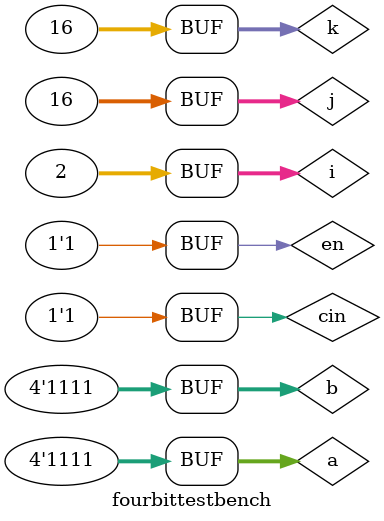
<source format=v>
`timescale 1ns/1ns
module fourbittestbench();
  /* reg [7:0]A; reg [7:0]B; reg cin;
	wire c; wire [7:0] s;
	integer k,i,j,f=0;
	  \8bitadder fba1(cin,A,B,c,s);
	
	initial begin
     $monitor("Printed by monitor command!, A=%d, B=%d, Cin=%d => S=%d, Cout=%d",A,B,cin,s,c);
	 for(k=0;k<2;k=k+1)
		begin
		  for(i=0;i<50;i=i+1)
		    begin
			   for(j=0;j<50;j=j+1)
			     begin
				     cin=k;
				     A=i;
				     B=j; 
					  #5;
					
				  end
			 end	
		end 
		
		
	
		end
		*/
	/* reg[4:0]a;
		wire[6:0]b;
		top_interface uut(a[4:0],b);
		integer k=0;
		initial begin
		for(k=0;k<10;k=k+1)
		begin
		 a[4]=1;
		 a[3:0]=k;
		
		#5;
		end
		end/*
		
		
		
	//	reg[3:0]A,B;
		//reg Cin;
		/*reg [3:0]sum;
		reg Cout;
		wire [7:0]bcd;
		integer k;
		
		// \4bitadder1 uut1(Cin,A,B,Cout,S);
   // bin_to_bcd uut2(Cout,sum,bcd);

initial begin
 for(k=0;k<32;k=k+1)
  begin
   {Cout,sum}=k;
	#5;
  end
end*/


reg[3:0]a,b;
reg cin,en;
wire [13:0]seg;
integer i,j,k;


//top_interface uut({cin,en,a,b},seg[13:7],seg[6:0]);

bin_to_7seg uut1(a,b,cin,en,seg);
initial begin
en=0;
#100 en=1;
#100 en=0;
for(i=0;i<2;i=i+1)
  for(j=0;j<16;j=j+1)
   for(k=0;k<16;k=k+1)
	begin
	cin=i;
	a=j;b=k;
	#5;
	end
	

end
		
initial
begin
#300 en=0; #300 en=1;
end		
		
	
		
		
endmodule
</source>
